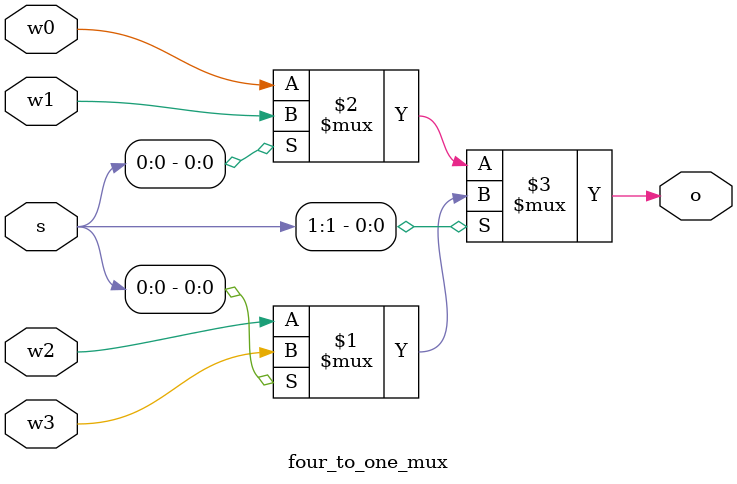
<source format=v>
`timescale 1ns / 1ps

module four_to_one_mux(w0,w1,w2,w3,s,o);
input w0,w1,w2,w3;
input [1:0]s;
output o;
//w0 is given as output when s=00, w1 when s=01 and so on
assign o = s[1]?(s[0]?w3:w2):(s[0]?w1:w0);
endmodule

</source>
